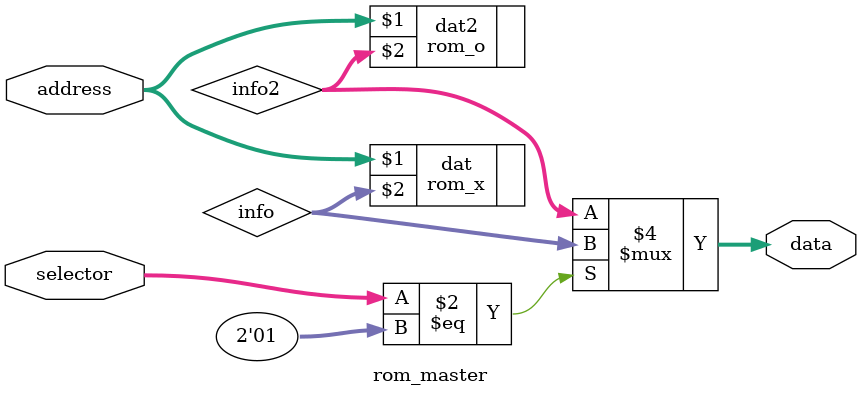
<source format=v>
module rom_master(
  input [14:0] address,
  input [1:0] selector,
  output reg [3:0] data
);

wire [3:0] info;
wire [3:0] info2;
rom_x dat(address,info);
rom_o dat2(address,info2);

always @ (*)
    if(selector==2'd1)
        data = info;
    else
        data = info2;

endmodule 
</source>
